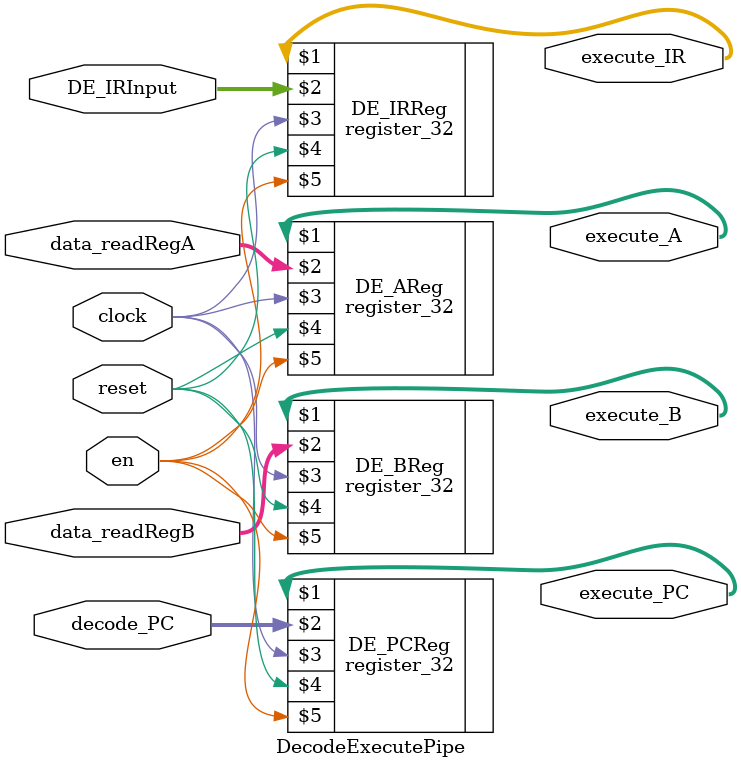
<source format=v>
module DecodeExecutePipe(execute_IR, DE_IRInput, execute_PC, decode_PC, execute_A, data_readRegA, execute_B, data_readRegB, clock, reset, en);
    input clock, reset, en;
    input [31:0] DE_IRInput, decode_PC, data_readRegA, data_readRegB;
    output [31:0] execute_IR, execute_PC, execute_A, execute_B;

    register_32 DE_PCReg(execute_PC, decode_PC, clock, reset, en);
    register_32 DE_AReg(execute_A, data_readRegA, clock, reset, en);
    register_32 DE_BReg(execute_B, data_readRegB, clock, reset, en);
    
    register_32 DE_IRReg(execute_IR, DE_IRInput, clock, reset, en);

endmodule
</source>
